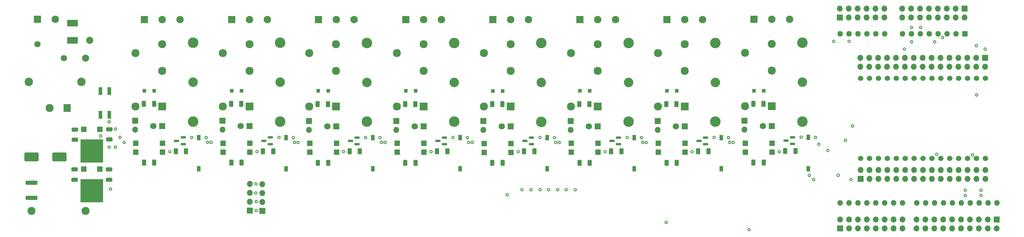
<source format=gbr>
%TF.GenerationSoftware,KiCad,Pcbnew,(6.0.11)*%
%TF.CreationDate,2023-05-25T03:36:55+07:00*%
%TF.ProjectId,RELAY_SHEILD_V2,52454c41-595f-4534-9845-494c445f5632,rev?*%
%TF.SameCoordinates,Original*%
%TF.FileFunction,Soldermask,Bot*%
%TF.FilePolarity,Negative*%
%FSLAX46Y46*%
G04 Gerber Fmt 4.6, Leading zero omitted, Abs format (unit mm)*
G04 Created by KiCad (PCBNEW (6.0.11)) date 2023-05-25 03:36:55*
%MOMM*%
%LPD*%
G01*
G04 APERTURE LIST*
G04 Aperture macros list*
%AMRoundRect*
0 Rectangle with rounded corners*
0 $1 Rounding radius*
0 $2 $3 $4 $5 $6 $7 $8 $9 X,Y pos of 4 corners*
0 Add a 4 corners polygon primitive as box body*
4,1,4,$2,$3,$4,$5,$6,$7,$8,$9,$2,$3,0*
0 Add four circle primitives for the rounded corners*
1,1,$1+$1,$2,$3*
1,1,$1+$1,$4,$5*
1,1,$1+$1,$6,$7*
1,1,$1+$1,$8,$9*
0 Add four rect primitives between the rounded corners*
20,1,$1+$1,$2,$3,$4,$5,0*
20,1,$1+$1,$4,$5,$6,$7,0*
20,1,$1+$1,$6,$7,$8,$9,0*
20,1,$1+$1,$8,$9,$2,$3,0*%
G04 Aperture macros list end*
%ADD10C,0.250000*%
%ADD11R,2.300000X2.300000*%
%ADD12C,2.300000*%
%ADD13R,1.700000X1.700000*%
%ADD14O,1.700000X1.700000*%
%ADD15C,1.524000*%
%ADD16R,1.800000X1.800000*%
%ADD17C,1.800000*%
%ADD18C,2.700000*%
%ADD19C,3.000000*%
%ADD20R,2.100000X2.100000*%
%ADD21C,2.100000*%
%ADD22C,2.010000*%
%ADD23R,2.000000X2.300000*%
%ADD24C,2.400000*%
%ADD25RoundRect,0.250000X-0.312500X-0.625000X0.312500X-0.625000X0.312500X0.625000X-0.312500X0.625000X0*%
%ADD26RoundRect,0.150000X0.587500X0.150000X-0.587500X0.150000X-0.587500X-0.150000X0.587500X-0.150000X0*%
%ADD27R,1.100000X1.500000*%
%ADD28RoundRect,0.250000X-0.650000X0.325000X-0.650000X-0.325000X0.650000X-0.325000X0.650000X0.325000X0*%
%ADD29R,1.600000X1.600000*%
%ADD30RoundRect,0.250000X0.312500X0.625000X-0.312500X0.625000X-0.312500X-0.625000X0.312500X-0.625000X0*%
%ADD31R,1.100000X1.100000*%
%ADD32RoundRect,0.250000X1.450000X-0.312500X1.450000X0.312500X-1.450000X0.312500X-1.450000X-0.312500X0*%
%ADD33R,3.150000X1.960000*%
%ADD34RoundRect,0.250000X-1.750000X-1.000000X1.750000X-1.000000X1.750000X1.000000X-1.750000X1.000000X0*%
%ADD35R,1.120000X2.160000*%
%ADD36R,1.500000X1.600000*%
%ADD37R,6.500000X6.700000*%
%ADD38O,1.600000X1.600000*%
G04 APERTURE END LIST*
D10*
X196848055Y-59728195D02*
G75*
G03*
X196848055Y-59728195I-360555J0D01*
G01*
X292360555Y-47539445D02*
G75*
G03*
X292360555Y-47539445I-360555J0D01*
G01*
X251610555Y-32250000D02*
G75*
G03*
X251610555Y-32250000I-360555J0D01*
G01*
X271798055Y-34460000D02*
G75*
G03*
X271798055Y-34460000I-360555J0D01*
G01*
X173378055Y-61100000D02*
G75*
G03*
X173378055Y-61100000I-360555J0D01*
G01*
X221648055Y-59728195D02*
G75*
G03*
X221648055Y-59728195I-360555J0D01*
G01*
X175360555Y-74600000D02*
G75*
G03*
X175360555Y-74600000I-360555J0D01*
G01*
X186510555Y-63739445D02*
G75*
G03*
X186510555Y-63739445I-360555J0D01*
G01*
X167928055Y-59698750D02*
G75*
G03*
X167928055Y-59698750I-360555J0D01*
G01*
X45128055Y-62445000D02*
G75*
G03*
X45128055Y-62445000I-360555J0D01*
G01*
X245900000Y-71700000D02*
G75*
G03*
X245900000Y-71700000I-360555J0D01*
G01*
X147218055Y-59728195D02*
G75*
G03*
X147218055Y-59728195I-360555J0D01*
G01*
X87010555Y-80550000D02*
G75*
G03*
X87010555Y-80550000I-360555J0D01*
G01*
X227500000Y-86000000D02*
G75*
G03*
X227500000Y-86000000I-360555J0D01*
G01*
X289110555Y-76250000D02*
G75*
G03*
X289110555Y-76250000I-360555J0D01*
G01*
X123778055Y-61100000D02*
G75*
G03*
X123778055Y-61100000I-360555J0D01*
G01*
X45128055Y-55245000D02*
G75*
G03*
X45128055Y-55245000I-360555J0D01*
G01*
X247360555Y-61600000D02*
G75*
G03*
X247360555Y-61600000I-360555J0D01*
G01*
X293610555Y-76250000D02*
G75*
G03*
X293610555Y-76250000I-360555J0D01*
G01*
X293610555Y-74750000D02*
G75*
G03*
X293610555Y-74750000I-360555J0D01*
G01*
X87260555Y-63739445D02*
G75*
G03*
X87260555Y-63739445I-360555J0D01*
G01*
X45510555Y-74450000D02*
G75*
G03*
X45510555Y-74450000I-360555J0D01*
G01*
X93518055Y-59674750D02*
G75*
G03*
X93518055Y-59674750I-360555J0D01*
G01*
X49378055Y-61100000D02*
G75*
G03*
X49378055Y-61100000I-360555J0D01*
G01*
X118203055Y-59688750D02*
G75*
G03*
X118203055Y-59688750I-360555J0D01*
G01*
X292260555Y-33500000D02*
G75*
G03*
X292260555Y-33500000I-360555J0D01*
G01*
X42710555Y-59250000D02*
G75*
G03*
X42710555Y-59250000I-360555J0D01*
G01*
X136860555Y-63739445D02*
G75*
G03*
X136860555Y-63739445I-360555J0D01*
G01*
X68653055Y-59674750D02*
G75*
G03*
X68653055Y-59674750I-360555J0D01*
G01*
X86910555Y-75550000D02*
G75*
G03*
X86910555Y-75550000I-360555J0D01*
G01*
X256960555Y-56400000D02*
G75*
G03*
X256960555Y-56400000I-360555J0D01*
G01*
X98978055Y-61100000D02*
G75*
G03*
X98978055Y-61100000I-360555J0D01*
G01*
X242348055Y-59626875D02*
G75*
G03*
X242348055Y-59626875I-360555J0D01*
G01*
X197178055Y-61100000D02*
G75*
G03*
X197178055Y-61100000I-360555J0D01*
G01*
X148578055Y-61100000D02*
G75*
G03*
X148578055Y-61100000I-360555J0D01*
G01*
X236110555Y-63750000D02*
G75*
G03*
X236110555Y-63750000I-360555J0D01*
G01*
X249960555Y-63400000D02*
G75*
G03*
X249960555Y-63400000I-360555J0D01*
G01*
X244660555Y-70500000D02*
G75*
G03*
X244660555Y-70500000I-360555J0D01*
G01*
X73178055Y-61060000D02*
G75*
G03*
X73178055Y-61060000I-360555J0D01*
G01*
X97618055Y-59714195D02*
G75*
G03*
X97618055Y-59714195I-360555J0D01*
G01*
X256010555Y-32250000D02*
G75*
G03*
X256010555Y-32250000I-360555J0D01*
G01*
X256560555Y-71700000D02*
G75*
G03*
X256560555Y-71700000I-360555J0D01*
G01*
X254960555Y-60500000D02*
G75*
G03*
X254960555Y-60500000I-360555J0D01*
G01*
X162760555Y-74600000D02*
G75*
G03*
X162760555Y-74600000I-360555J0D01*
G01*
X172960555Y-74600000D02*
G75*
G03*
X172960555Y-74600000I-360555J0D01*
G01*
X282640555Y-31180000D02*
G75*
G03*
X282640555Y-31180000I-360555J0D01*
G01*
X273800000Y-32400000D02*
G75*
G03*
X273800000Y-32400000I-360555J0D01*
G01*
X276398055Y-28299445D02*
G75*
G03*
X276398055Y-28299445I-360555J0D01*
G01*
X167960555Y-74600000D02*
G75*
G03*
X167960555Y-74600000I-360555J0D01*
G01*
X289110555Y-74750000D02*
G75*
G03*
X289110555Y-74750000I-360555J0D01*
G01*
X203860555Y-83939445D02*
G75*
G03*
X203860555Y-83939445I-360555J0D01*
G01*
X122303055Y-59728195D02*
G75*
G03*
X122303055Y-59728195I-360555J0D01*
G01*
X217548055Y-59688750D02*
G75*
G03*
X217548055Y-59688750I-360555J0D01*
G01*
X177960555Y-74600000D02*
G75*
G03*
X177960555Y-74600000I-360555J0D01*
G01*
X246448055Y-59666320D02*
G75*
G03*
X246448055Y-59666320I-360555J0D01*
G01*
X46928055Y-57284445D02*
G75*
G03*
X46928055Y-57284445I-360555J0D01*
G01*
X87010555Y-77950000D02*
G75*
G03*
X87010555Y-77950000I-360555J0D01*
G01*
X172378055Y-61100000D02*
G75*
G03*
X172378055Y-61100000I-360555J0D01*
G01*
X122778055Y-61100000D02*
G75*
G03*
X122778055Y-61100000I-360555J0D01*
G01*
X143118055Y-59688750D02*
G75*
G03*
X143118055Y-59688750I-360555J0D01*
G01*
X161700000Y-63739445D02*
G75*
G03*
X161700000Y-63739445I-360555J0D01*
G01*
X221978055Y-61100000D02*
G75*
G03*
X221978055Y-61100000I-360555J0D01*
G01*
X291198055Y-64660000D02*
G75*
G03*
X291198055Y-64660000I-360555J0D01*
G01*
X72753055Y-59714195D02*
G75*
G03*
X72753055Y-59714195I-360555J0D01*
G01*
X198178055Y-61100000D02*
G75*
G03*
X198178055Y-61100000I-360555J0D01*
G01*
X62400000Y-63739445D02*
G75*
G03*
X62400000Y-63739445I-360555J0D01*
G01*
X74178055Y-61080000D02*
G75*
G03*
X74178055Y-61080000I-360555J0D01*
G01*
X158560555Y-76039445D02*
G75*
G03*
X158560555Y-76039445I-360555J0D01*
G01*
X48228055Y-59645000D02*
G75*
G03*
X48228055Y-59645000I-360555J0D01*
G01*
X158560555Y-76039445D02*
G75*
G03*
X158560555Y-76039445I-360555J0D01*
G01*
X86950000Y-72950000D02*
G75*
G03*
X86950000Y-72950000I-360555J0D01*
G01*
X111921110Y-63739445D02*
G75*
G03*
X111921110Y-63739445I-360555J0D01*
G01*
X280998055Y-64499445D02*
G75*
G03*
X280998055Y-64499445I-360555J0D01*
G01*
X222978055Y-61100000D02*
G75*
G03*
X222978055Y-61100000I-360555J0D01*
G01*
X273798055Y-28299445D02*
G75*
G03*
X273798055Y-28299445I-360555J0D01*
G01*
X170360555Y-74600000D02*
G75*
G03*
X170360555Y-74600000I-360555J0D01*
G01*
X147578055Y-61100000D02*
G75*
G03*
X147578055Y-61100000I-360555J0D01*
G01*
X211260555Y-63750000D02*
G75*
G03*
X211260555Y-63750000I-360555J0D01*
G01*
X46928055Y-62445000D02*
G75*
G03*
X46928055Y-62445000I-360555J0D01*
G01*
X252900000Y-70500000D02*
G75*
G03*
X252900000Y-70500000I-360555J0D01*
G01*
X172028055Y-59738195D02*
G75*
G03*
X172028055Y-59738195I-360555J0D01*
G01*
X192748055Y-59688750D02*
G75*
G03*
X192748055Y-59688750I-360555J0D01*
G01*
X280400000Y-32400000D02*
G75*
G03*
X280400000Y-32400000I-360555J0D01*
G01*
X97978055Y-61100000D02*
G75*
G03*
X97978055Y-61100000I-360555J0D01*
G01*
X294798055Y-34460000D02*
G75*
G03*
X294798055Y-34460000I-360555J0D01*
G01*
X165360555Y-74600000D02*
G75*
G03*
X165360555Y-74600000I-360555J0D01*
G01*
D11*
%TO.C,K4*%
X134357500Y-50845000D03*
D12*
X134357500Y-40685000D03*
X134357500Y-33065000D03*
X126737500Y-35605000D03*
X126737500Y-50845000D03*
%TD*%
D13*
%TO.C,J18*%
X253077500Y-85600000D03*
D14*
X253077500Y-83060000D03*
X255617500Y-85600000D03*
X255617500Y-83060000D03*
X258157500Y-85600000D03*
X258157500Y-83060000D03*
X260697500Y-85600000D03*
X260697500Y-83060000D03*
X263237500Y-85600000D03*
X263237500Y-83060000D03*
X265777500Y-85600000D03*
X265777500Y-83060000D03*
X268317500Y-85600000D03*
X268317500Y-83060000D03*
X270857500Y-85600000D03*
X270857500Y-83060000D03*
%TD*%
D15*
%TO.C,U3*%
X258957500Y-65690000D03*
X261497500Y-65690000D03*
X264037500Y-65690000D03*
X266577500Y-65690000D03*
X269117500Y-65690000D03*
X271657500Y-65690000D03*
X274197500Y-65690000D03*
X276737500Y-65690000D03*
X279277500Y-65690000D03*
X281817500Y-65690000D03*
X284357500Y-65690000D03*
X286897500Y-65690000D03*
X289437500Y-65690000D03*
X291977500Y-65690000D03*
X294517500Y-65690000D03*
X294517500Y-42830000D03*
X291977500Y-42830000D03*
X289437500Y-42830000D03*
X286897500Y-42830000D03*
X284357500Y-42830000D03*
X281817500Y-42830000D03*
X279277500Y-42830000D03*
X276737500Y-42830000D03*
X274197500Y-42830000D03*
X271657500Y-42830000D03*
X269117500Y-42830000D03*
X266577500Y-42830000D03*
X264037500Y-42830000D03*
X261497500Y-42830000D03*
X258957500Y-42830000D03*
%TD*%
D16*
%TO.C,D14*%
X208797500Y-56480000D03*
D17*
X206257500Y-56480000D03*
%TD*%
D18*
%TO.C,F10*%
X217562500Y-43945000D03*
D19*
X217562500Y-55195000D03*
X217562500Y-32695000D03*
%TD*%
D13*
%TO.C,J22*%
X52167500Y-54946000D03*
D14*
X52167500Y-57486000D03*
%TD*%
D16*
%TO.C,D8*%
X134367500Y-56480000D03*
D17*
X131827500Y-56480000D03*
%TD*%
D18*
%TO.C,F7*%
X143132500Y-43945000D03*
D19*
X143132500Y-55195000D03*
X143132500Y-32695000D03*
%TD*%
D18*
%TO.C,F5*%
X93532500Y-43931000D03*
D19*
X93532500Y-55181000D03*
X93532500Y-32681000D03*
%TD*%
D11*
%TO.C,K7*%
X208787500Y-50845000D03*
D12*
X208787500Y-40685000D03*
X208787500Y-33065000D03*
X201167500Y-35605000D03*
X201167500Y-50845000D03*
%TD*%
D16*
%TO.C,D16*%
X183997500Y-56480000D03*
D17*
X181457500Y-56480000D03*
%TD*%
D11*
%TO.C,K6*%
X233587500Y-50783125D03*
D12*
X233587500Y-40623125D03*
X233587500Y-33003125D03*
X225967500Y-35543125D03*
X225967500Y-50783125D03*
%TD*%
D20*
%TO.C,J13*%
X24305000Y-25950000D03*
D21*
X29385000Y-25950000D03*
%TD*%
D18*
%TO.C,F9*%
X242362500Y-43883125D03*
D19*
X242362500Y-55133125D03*
X242362500Y-32633125D03*
%TD*%
D13*
%TO.C,J21*%
X294417500Y-36920000D03*
D14*
X294417500Y-39460000D03*
X291877500Y-36920000D03*
X291877500Y-39460000D03*
X289337500Y-36920000D03*
X289337500Y-39460000D03*
X286797500Y-36920000D03*
X286797500Y-39460000D03*
X284257500Y-36920000D03*
X284257500Y-39460000D03*
X281717500Y-36920000D03*
X281717500Y-39460000D03*
X279177500Y-36920000D03*
X279177500Y-39460000D03*
X276637500Y-36920000D03*
X276637500Y-39460000D03*
X274097500Y-36920000D03*
X274097500Y-39460000D03*
X271557500Y-36920000D03*
X271557500Y-39460000D03*
X269017500Y-36920000D03*
X269017500Y-39460000D03*
X266477500Y-36920000D03*
X266477500Y-39460000D03*
X263937500Y-36920000D03*
X263937500Y-39460000D03*
X261397500Y-36920000D03*
X261397500Y-39460000D03*
X258857500Y-36920000D03*
X258857500Y-39460000D03*
%TD*%
D13*
%TO.C,J28*%
X126632500Y-54960000D03*
D14*
X126632500Y-57500000D03*
%TD*%
D13*
%TO.C,J34*%
X201062500Y-54960000D03*
D14*
X201062500Y-57500000D03*
%TD*%
D11*
%TO.C,K1*%
X59892500Y-50831000D03*
D12*
X59892500Y-40671000D03*
X59892500Y-33051000D03*
X52272500Y-35591000D03*
X52272500Y-50831000D03*
%TD*%
D13*
%TO.C,J32*%
X225862500Y-54898125D03*
D14*
X225862500Y-57438125D03*
%TD*%
D11*
%TO.C,K3*%
X109442500Y-50845000D03*
D12*
X109442500Y-40685000D03*
X109442500Y-33065000D03*
X101822500Y-35605000D03*
X101822500Y-50845000D03*
%TD*%
D13*
%TO.C,J36*%
X176262500Y-54960000D03*
D14*
X176262500Y-57500000D03*
%TD*%
D22*
%TO.C,F2*%
X39200000Y-31975000D03*
X38000000Y-37075000D03*
%TD*%
D20*
%TO.C,J29*%
X129297500Y-26040000D03*
D21*
X134377500Y-26040000D03*
X139457500Y-26040000D03*
%TD*%
D18*
%TO.C,F6*%
X118217500Y-43945000D03*
D19*
X118217500Y-55195000D03*
X118217500Y-32695000D03*
%TD*%
D17*
%TO.C,RV1*%
X31850000Y-37025000D03*
X24350000Y-33025000D03*
%TD*%
D11*
%TO.C,K8*%
X183987500Y-50845000D03*
D12*
X183987500Y-40685000D03*
X183987500Y-33065000D03*
X176367500Y-35605000D03*
X176367500Y-50845000D03*
%TD*%
D17*
%TO.C,D6*%
X106912500Y-56480000D03*
D16*
X109452500Y-56480000D03*
%TD*%
D18*
%TO.C,F8*%
X167942500Y-43955000D03*
D19*
X167942500Y-55205000D03*
X167942500Y-32705000D03*
%TD*%
D17*
%TO.C,D4*%
X82227500Y-56466000D03*
D16*
X84767500Y-56466000D03*
%TD*%
D20*
%TO.C,J33*%
X228527500Y-25978125D03*
D21*
X233607500Y-25978125D03*
X238687500Y-25978125D03*
%TD*%
D13*
%TO.C,J6*%
X88400000Y-80650000D03*
D14*
X88400000Y-78110000D03*
X88400000Y-75570000D03*
X88400000Y-73030000D03*
%TD*%
D13*
%TO.C,J30*%
X151442500Y-54970000D03*
D14*
X151442500Y-57510000D03*
%TD*%
D11*
%TO.C,K5*%
X159167500Y-50855000D03*
D12*
X159167500Y-40695000D03*
X159167500Y-33075000D03*
X151547500Y-35615000D03*
X151547500Y-50855000D03*
%TD*%
D13*
%TO.C,J17*%
X297737500Y-83060000D03*
D14*
X297737500Y-85600000D03*
X295197500Y-83060000D03*
X295197500Y-85600000D03*
X292657500Y-83060000D03*
X292657500Y-85600000D03*
X290117500Y-83060000D03*
X290117500Y-85600000D03*
X287577500Y-83060000D03*
X287577500Y-85600000D03*
X285037500Y-83060000D03*
X285037500Y-85600000D03*
X282497500Y-83060000D03*
X282497500Y-85600000D03*
X279957500Y-83060000D03*
X279957500Y-85600000D03*
X277417500Y-83060000D03*
X277417500Y-85600000D03*
X274877500Y-83060000D03*
X274877500Y-85600000D03*
%TD*%
D23*
%TO.C,PS1*%
X32805000Y-51287500D03*
D12*
X27805000Y-51287500D03*
X38005000Y-80687500D03*
X22605000Y-80687500D03*
%TD*%
D20*
%TO.C,J31*%
X154107500Y-26050000D03*
D21*
X159187500Y-26050000D03*
X164267500Y-26050000D03*
%TD*%
D13*
%TO.C,J24*%
X77032500Y-54946000D03*
D14*
X77032500Y-57486000D03*
%TD*%
D11*
%TO.C,K2*%
X84757500Y-50831000D03*
D12*
X84757500Y-40671000D03*
X84757500Y-33051000D03*
X77137500Y-35591000D03*
X77137500Y-50831000D03*
%TD*%
D20*
%TO.C,J25*%
X79697500Y-26026000D03*
D21*
X84777500Y-26026000D03*
X89857500Y-26026000D03*
%TD*%
D24*
%TO.C,C3*%
X36850000Y-43775000D03*
X21850000Y-43775000D03*
%TD*%
D13*
%TO.C,J26*%
X101717500Y-54960000D03*
D14*
X101717500Y-57500000D03*
%TD*%
D20*
%TO.C,J23*%
X54832500Y-26026000D03*
D21*
X59912500Y-26026000D03*
X64992500Y-26026000D03*
%TD*%
D20*
%TO.C,J37*%
X178927500Y-26040000D03*
D21*
X184007500Y-26040000D03*
X189087500Y-26040000D03*
%TD*%
D18*
%TO.C,F11*%
X192762500Y-43945000D03*
D19*
X192762500Y-55195000D03*
X192762500Y-32695000D03*
%TD*%
D16*
%TO.C,D2*%
X59902500Y-56466000D03*
D17*
X57362500Y-56466000D03*
%TD*%
D13*
%TO.C,J15*%
X253017500Y-25460000D03*
D14*
X253017500Y-22920000D03*
X255557500Y-25460000D03*
X255557500Y-22920000D03*
X258097500Y-25460000D03*
X258097500Y-22920000D03*
X260637500Y-25460000D03*
X260637500Y-22920000D03*
X263177500Y-25460000D03*
X263177500Y-22920000D03*
X265717500Y-25460000D03*
X265717500Y-22920000D03*
%TD*%
D16*
%TO.C,D10*%
X159177500Y-56490000D03*
D17*
X156637500Y-56490000D03*
%TD*%
D20*
%TO.C,J27*%
X104382500Y-26040000D03*
D21*
X109462500Y-26040000D03*
X114542500Y-26040000D03*
%TD*%
D16*
%TO.C,D12*%
X233597500Y-56418125D03*
D17*
X231057500Y-56418125D03*
%TD*%
D20*
%TO.C,J35*%
X203727500Y-26040000D03*
D21*
X208807500Y-26040000D03*
X213887500Y-26040000D03*
%TD*%
D13*
%TO.C,J19*%
X288597500Y-22920000D03*
D14*
X288597500Y-25460000D03*
X286057500Y-22920000D03*
X286057500Y-25460000D03*
X283517500Y-22920000D03*
X283517500Y-25460000D03*
X280977500Y-22920000D03*
X280977500Y-25460000D03*
X278437500Y-22920000D03*
X278437500Y-25460000D03*
X275897500Y-22920000D03*
X275897500Y-25460000D03*
X273357500Y-22920000D03*
X273357500Y-25460000D03*
X270817500Y-22920000D03*
X270817500Y-25460000D03*
%TD*%
D18*
%TO.C,F4*%
X68667500Y-43931000D03*
D19*
X68667500Y-55181000D03*
X68667500Y-32681000D03*
%TD*%
D13*
%TO.C,J20*%
X258962500Y-71535000D03*
D14*
X258962500Y-68995000D03*
X261502500Y-71535000D03*
X261502500Y-68995000D03*
X264042500Y-71535000D03*
X264042500Y-68995000D03*
X266582500Y-71535000D03*
X266582500Y-68995000D03*
X269122500Y-71535000D03*
X269122500Y-68995000D03*
X271662500Y-71535000D03*
X271662500Y-68995000D03*
X274202500Y-71535000D03*
X274202500Y-68995000D03*
X276742500Y-71535000D03*
X276742500Y-68995000D03*
X279282500Y-71535000D03*
X279282500Y-68995000D03*
X281822500Y-71535000D03*
X281822500Y-68995000D03*
X284362500Y-71535000D03*
X284362500Y-68995000D03*
X286902500Y-71535000D03*
X286902500Y-68995000D03*
X289442500Y-71535000D03*
X289442500Y-68995000D03*
X291982500Y-71535000D03*
X291982500Y-68995000D03*
X294522500Y-71535000D03*
X294522500Y-68995000D03*
%TD*%
D25*
%TO.C,R5*%
X63742500Y-63631000D03*
X66667500Y-63631000D03*
%TD*%
D26*
%TO.C,Q8*%
X189950000Y-59695000D03*
X189950000Y-61595000D03*
X188075000Y-60645000D03*
%TD*%
D25*
%TO.C,R9*%
X79495000Y-50116000D03*
X82420000Y-50116000D03*
%TD*%
D27*
%TO.C,SW9*%
X194412500Y-68645000D03*
X194412500Y-59745000D03*
%TD*%
D28*
%TO.C,C1*%
X34987738Y-57407738D03*
X34987738Y-60357738D03*
%TD*%
D25*
%TO.C,R6*%
X54630000Y-50116000D03*
X57555000Y-50116000D03*
%TD*%
D29*
%TO.C,U6*%
X109535000Y-61375000D03*
X109535000Y-63915000D03*
X101915000Y-63915000D03*
X101915000Y-61375000D03*
%TD*%
D26*
%TO.C,Q5*%
X165130000Y-59705000D03*
X165130000Y-61605000D03*
X163255000Y-60655000D03*
%TD*%
D30*
%TO.C,R13*%
X132095000Y-66895000D03*
X129170000Y-66895000D03*
%TD*%
D29*
%TO.C,U8*%
X159260000Y-61385000D03*
X159260000Y-63925000D03*
X151640000Y-63925000D03*
X151640000Y-61385000D03*
%TD*%
D31*
%TO.C,D3*%
X54817500Y-46381000D03*
X57617500Y-46381000D03*
%TD*%
D30*
%TO.C,R7*%
X82495000Y-66881000D03*
X79570000Y-66881000D03*
%TD*%
D26*
%TO.C,Q7*%
X214750000Y-59695000D03*
X214750000Y-61595000D03*
X212875000Y-60645000D03*
%TD*%
%TO.C,Q1*%
X65855000Y-59681000D03*
X65855000Y-61581000D03*
X63980000Y-60631000D03*
%TD*%
D25*
%TO.C,R11*%
X113292500Y-63645000D03*
X116217500Y-63645000D03*
%TD*%
D28*
%TO.C,C6*%
X44705000Y-68775000D03*
X44705000Y-71725000D03*
%TD*%
D27*
%TO.C,SW3*%
X95182500Y-68631000D03*
X95182500Y-59731000D03*
%TD*%
D28*
%TO.C,C2*%
X44787738Y-57332738D03*
X44787738Y-60282738D03*
%TD*%
D27*
%TO.C,SW7*%
X244012500Y-68583125D03*
X244012500Y-59683125D03*
%TD*%
%TO.C,SW2*%
X70317500Y-68631000D03*
X70317500Y-59731000D03*
%TD*%
D32*
%TO.C,F3*%
X22600000Y-76912500D03*
X22600000Y-72637500D03*
%TD*%
D25*
%TO.C,R21*%
X228325000Y-50068125D03*
X231250000Y-50068125D03*
%TD*%
D27*
%TO.C,SW5*%
X144782500Y-68645000D03*
X144782500Y-59745000D03*
%TD*%
D31*
%TO.C,D13*%
X228512500Y-46333125D03*
X231312500Y-46333125D03*
%TD*%
D25*
%TO.C,R8*%
X88607500Y-63631000D03*
X91532500Y-63631000D03*
%TD*%
%TO.C,R14*%
X138207500Y-63645000D03*
X141132500Y-63645000D03*
%TD*%
%TO.C,R18*%
X153905000Y-50140000D03*
X156830000Y-50140000D03*
%TD*%
D26*
%TO.C,Q3*%
X115405000Y-59695000D03*
X115405000Y-61595000D03*
X113530000Y-60645000D03*
%TD*%
D29*
%TO.C,U5*%
X84850000Y-61361000D03*
X84850000Y-63901000D03*
X77230000Y-63901000D03*
X77230000Y-61361000D03*
%TD*%
D31*
%TO.C,D9*%
X129282500Y-46395000D03*
X132082500Y-46395000D03*
%TD*%
D29*
%TO.C,U11*%
X184080000Y-61375000D03*
X184080000Y-63915000D03*
X176460000Y-63915000D03*
X176460000Y-61375000D03*
%TD*%
D30*
%TO.C,R4*%
X57630000Y-66881000D03*
X54705000Y-66881000D03*
%TD*%
D25*
%TO.C,R12*%
X104180000Y-50130000D03*
X107105000Y-50130000D03*
%TD*%
%TO.C,R26*%
X187837500Y-63645000D03*
X190762500Y-63645000D03*
%TD*%
%TO.C,R27*%
X178725000Y-50130000D03*
X181650000Y-50130000D03*
%TD*%
D29*
%TO.C,U7*%
X134450000Y-61375000D03*
X134450000Y-63915000D03*
X126830000Y-63915000D03*
X126830000Y-61375000D03*
%TD*%
D33*
%TO.C,F1*%
X34350000Y-27070000D03*
X34350000Y-31980000D03*
%TD*%
D31*
%TO.C,D15*%
X203712500Y-46395000D03*
X206512500Y-46395000D03*
%TD*%
D34*
%TO.C,C5*%
X22600000Y-65275000D03*
X30600000Y-65275000D03*
%TD*%
D35*
%TO.C,SW1*%
X44837500Y-53210000D03*
X42297500Y-53210000D03*
X42297500Y-46480000D03*
X44837500Y-46480000D03*
%TD*%
D30*
%TO.C,R22*%
X206525000Y-66895000D03*
X203600000Y-66895000D03*
%TD*%
D31*
%TO.C,D5*%
X79682500Y-46381000D03*
X82482500Y-46381000D03*
%TD*%
D27*
%TO.C,SW8*%
X219212500Y-68645000D03*
X219212500Y-59745000D03*
%TD*%
D26*
%TO.C,Q4*%
X140320000Y-59695000D03*
X140320000Y-61595000D03*
X138445000Y-60645000D03*
%TD*%
D30*
%TO.C,R25*%
X181725000Y-66895000D03*
X178800000Y-66895000D03*
%TD*%
D36*
%TO.C,U2*%
X37505000Y-68750000D03*
D37*
X39805000Y-74900000D03*
D36*
X42105000Y-68750000D03*
%TD*%
D27*
%TO.C,SW6*%
X169592500Y-68655000D03*
X169592500Y-59755000D03*
%TD*%
D31*
%TO.C,D17*%
X178912500Y-46395000D03*
X181712500Y-46395000D03*
%TD*%
D28*
%TO.C,C4*%
X34905000Y-68775000D03*
X34905000Y-71725000D03*
%TD*%
D13*
%TO.C,J1*%
X84850000Y-80600000D03*
D14*
X84850000Y-78060000D03*
X84850000Y-75520000D03*
X84850000Y-72980000D03*
%TD*%
D36*
%TO.C,U1*%
X37487738Y-57367262D03*
D37*
X39787738Y-63517262D03*
D36*
X42087738Y-57367262D03*
%TD*%
D30*
%TO.C,R10*%
X107180000Y-66895000D03*
X104255000Y-66895000D03*
%TD*%
D25*
%TO.C,R23*%
X212637500Y-63645000D03*
X215562500Y-63645000D03*
%TD*%
%TO.C,R24*%
X203525000Y-50130000D03*
X206450000Y-50130000D03*
%TD*%
D27*
%TO.C,SW4*%
X119867500Y-68645000D03*
X119867500Y-59745000D03*
%TD*%
D29*
%TO.C,A1*%
X288612500Y-30130000D03*
D38*
X286072500Y-30130000D03*
X283532500Y-30130000D03*
X280992500Y-30130000D03*
X278452500Y-30130000D03*
X275912500Y-30130000D03*
X273372500Y-30130000D03*
X270832500Y-30130000D03*
X265752500Y-30130000D03*
X263212500Y-30130000D03*
X260672500Y-30130000D03*
X258132500Y-30130000D03*
X255592500Y-30130000D03*
X253052500Y-30130000D03*
X253052500Y-78390000D03*
X255592500Y-78390000D03*
X258132500Y-78390000D03*
X260672500Y-78390000D03*
X263212500Y-78390000D03*
X265752500Y-78390000D03*
X268292500Y-78390000D03*
X270832500Y-78390000D03*
X274892500Y-78390000D03*
X277432500Y-78390000D03*
X279972500Y-78390000D03*
X282512500Y-78390000D03*
X285052500Y-78390000D03*
X287592500Y-78390000D03*
X290132500Y-78390000D03*
X292672500Y-78390000D03*
X295212500Y-78390000D03*
X297752500Y-78390000D03*
%TD*%
D26*
%TO.C,Q2*%
X90720000Y-59681000D03*
X90720000Y-61581000D03*
X88845000Y-60631000D03*
%TD*%
%TO.C,Q6*%
X239550000Y-59633125D03*
X239550000Y-61533125D03*
X237675000Y-60583125D03*
%TD*%
D25*
%TO.C,R17*%
X163017500Y-63655000D03*
X165942500Y-63655000D03*
%TD*%
D30*
%TO.C,R19*%
X231325000Y-66833125D03*
X228400000Y-66833125D03*
%TD*%
D25*
%TO.C,R20*%
X237437500Y-63583125D03*
X240362500Y-63583125D03*
%TD*%
D31*
%TO.C,D11*%
X154092500Y-46405000D03*
X156892500Y-46405000D03*
%TD*%
D29*
%TO.C,U4*%
X59985000Y-61361000D03*
X59985000Y-63901000D03*
X52365000Y-63901000D03*
X52365000Y-61361000D03*
%TD*%
%TO.C,U9*%
X233680000Y-61313125D03*
X233680000Y-63853125D03*
X226060000Y-63853125D03*
X226060000Y-61313125D03*
%TD*%
D25*
%TO.C,R15*%
X129095000Y-50130000D03*
X132020000Y-50130000D03*
%TD*%
D29*
%TO.C,U10*%
X208880000Y-61375000D03*
X208880000Y-63915000D03*
X201260000Y-63915000D03*
X201260000Y-61375000D03*
%TD*%
D31*
%TO.C,D7*%
X104367500Y-46395000D03*
X107167500Y-46395000D03*
%TD*%
D30*
%TO.C,R16*%
X156905000Y-66905000D03*
X153980000Y-66905000D03*
%TD*%
M02*

</source>
